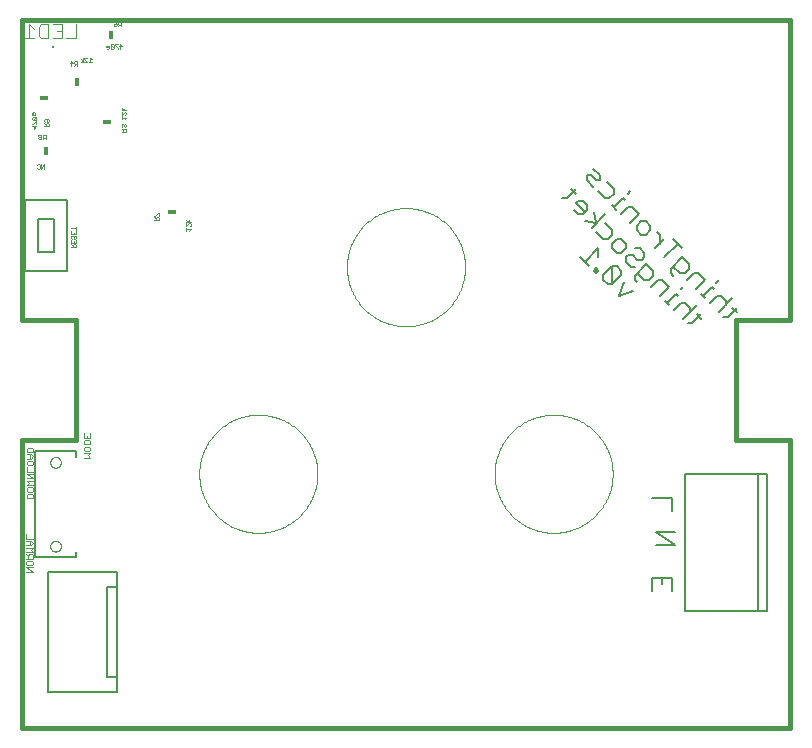
<source format=gbo>
G75*
%MOIN*%
%OFA0B0*%
%FSLAX25Y25*%
%IPPOS*%
%LPD*%
%AMOC8*
5,1,8,0,0,1.08239X$1,22.5*
%
%ADD10C,0.00000*%
%ADD11C,0.01600*%
%ADD12C,0.00600*%
%ADD13C,0.00200*%
%ADD14C,0.00800*%
%ADD15C,0.00100*%
%ADD16R,0.00787X0.00787*%
%ADD17C,0.00400*%
%ADD18R,0.03000X0.01800*%
%ADD19R,0.01800X0.03000*%
%ADD20C,0.00500*%
D10*
X0008740Y0109200D02*
X0264769Y0109200D01*
X0166344Y0193846D02*
X0166350Y0194329D01*
X0166368Y0194812D01*
X0166397Y0195294D01*
X0166439Y0195775D01*
X0166492Y0196256D01*
X0166557Y0196734D01*
X0166634Y0197211D01*
X0166722Y0197686D01*
X0166822Y0198159D01*
X0166934Y0198629D01*
X0167057Y0199096D01*
X0167192Y0199560D01*
X0167338Y0200021D01*
X0167495Y0200478D01*
X0167663Y0200931D01*
X0167842Y0201379D01*
X0168033Y0201823D01*
X0168234Y0202262D01*
X0168446Y0202697D01*
X0168668Y0203125D01*
X0168901Y0203549D01*
X0169145Y0203966D01*
X0169398Y0204377D01*
X0169662Y0204782D01*
X0169935Y0205181D01*
X0170218Y0205572D01*
X0170510Y0205957D01*
X0170812Y0206334D01*
X0171123Y0206704D01*
X0171443Y0207066D01*
X0171772Y0207420D01*
X0172110Y0207765D01*
X0172455Y0208103D01*
X0172809Y0208432D01*
X0173171Y0208752D01*
X0173541Y0209063D01*
X0173918Y0209365D01*
X0174303Y0209657D01*
X0174694Y0209940D01*
X0175093Y0210213D01*
X0175498Y0210477D01*
X0175909Y0210730D01*
X0176326Y0210974D01*
X0176750Y0211207D01*
X0177178Y0211429D01*
X0177613Y0211641D01*
X0178052Y0211842D01*
X0178496Y0212033D01*
X0178944Y0212212D01*
X0179397Y0212380D01*
X0179854Y0212537D01*
X0180315Y0212683D01*
X0180779Y0212818D01*
X0181246Y0212941D01*
X0181716Y0213053D01*
X0182189Y0213153D01*
X0182664Y0213241D01*
X0183141Y0213318D01*
X0183619Y0213383D01*
X0184100Y0213436D01*
X0184581Y0213478D01*
X0185063Y0213507D01*
X0185546Y0213525D01*
X0186029Y0213531D01*
X0186512Y0213525D01*
X0186995Y0213507D01*
X0187477Y0213478D01*
X0187958Y0213436D01*
X0188439Y0213383D01*
X0188917Y0213318D01*
X0189394Y0213241D01*
X0189869Y0213153D01*
X0190342Y0213053D01*
X0190812Y0212941D01*
X0191279Y0212818D01*
X0191743Y0212683D01*
X0192204Y0212537D01*
X0192661Y0212380D01*
X0193114Y0212212D01*
X0193562Y0212033D01*
X0194006Y0211842D01*
X0194445Y0211641D01*
X0194880Y0211429D01*
X0195308Y0211207D01*
X0195732Y0210974D01*
X0196149Y0210730D01*
X0196560Y0210477D01*
X0196965Y0210213D01*
X0197364Y0209940D01*
X0197755Y0209657D01*
X0198140Y0209365D01*
X0198517Y0209063D01*
X0198887Y0208752D01*
X0199249Y0208432D01*
X0199603Y0208103D01*
X0199948Y0207765D01*
X0200286Y0207420D01*
X0200615Y0207066D01*
X0200935Y0206704D01*
X0201246Y0206334D01*
X0201548Y0205957D01*
X0201840Y0205572D01*
X0202123Y0205181D01*
X0202396Y0204782D01*
X0202660Y0204377D01*
X0202913Y0203966D01*
X0203157Y0203549D01*
X0203390Y0203125D01*
X0203612Y0202697D01*
X0203824Y0202262D01*
X0204025Y0201823D01*
X0204216Y0201379D01*
X0204395Y0200931D01*
X0204563Y0200478D01*
X0204720Y0200021D01*
X0204866Y0199560D01*
X0205001Y0199096D01*
X0205124Y0198629D01*
X0205236Y0198159D01*
X0205336Y0197686D01*
X0205424Y0197211D01*
X0205501Y0196734D01*
X0205566Y0196256D01*
X0205619Y0195775D01*
X0205661Y0195294D01*
X0205690Y0194812D01*
X0205708Y0194329D01*
X0205714Y0193846D01*
X0205708Y0193363D01*
X0205690Y0192880D01*
X0205661Y0192398D01*
X0205619Y0191917D01*
X0205566Y0191436D01*
X0205501Y0190958D01*
X0205424Y0190481D01*
X0205336Y0190006D01*
X0205236Y0189533D01*
X0205124Y0189063D01*
X0205001Y0188596D01*
X0204866Y0188132D01*
X0204720Y0187671D01*
X0204563Y0187214D01*
X0204395Y0186761D01*
X0204216Y0186313D01*
X0204025Y0185869D01*
X0203824Y0185430D01*
X0203612Y0184995D01*
X0203390Y0184567D01*
X0203157Y0184143D01*
X0202913Y0183726D01*
X0202660Y0183315D01*
X0202396Y0182910D01*
X0202123Y0182511D01*
X0201840Y0182120D01*
X0201548Y0181735D01*
X0201246Y0181358D01*
X0200935Y0180988D01*
X0200615Y0180626D01*
X0200286Y0180272D01*
X0199948Y0179927D01*
X0199603Y0179589D01*
X0199249Y0179260D01*
X0198887Y0178940D01*
X0198517Y0178629D01*
X0198140Y0178327D01*
X0197755Y0178035D01*
X0197364Y0177752D01*
X0196965Y0177479D01*
X0196560Y0177215D01*
X0196149Y0176962D01*
X0195732Y0176718D01*
X0195308Y0176485D01*
X0194880Y0176263D01*
X0194445Y0176051D01*
X0194006Y0175850D01*
X0193562Y0175659D01*
X0193114Y0175480D01*
X0192661Y0175312D01*
X0192204Y0175155D01*
X0191743Y0175009D01*
X0191279Y0174874D01*
X0190812Y0174751D01*
X0190342Y0174639D01*
X0189869Y0174539D01*
X0189394Y0174451D01*
X0188917Y0174374D01*
X0188439Y0174309D01*
X0187958Y0174256D01*
X0187477Y0174214D01*
X0186995Y0174185D01*
X0186512Y0174167D01*
X0186029Y0174161D01*
X0185546Y0174167D01*
X0185063Y0174185D01*
X0184581Y0174214D01*
X0184100Y0174256D01*
X0183619Y0174309D01*
X0183141Y0174374D01*
X0182664Y0174451D01*
X0182189Y0174539D01*
X0181716Y0174639D01*
X0181246Y0174751D01*
X0180779Y0174874D01*
X0180315Y0175009D01*
X0179854Y0175155D01*
X0179397Y0175312D01*
X0178944Y0175480D01*
X0178496Y0175659D01*
X0178052Y0175850D01*
X0177613Y0176051D01*
X0177178Y0176263D01*
X0176750Y0176485D01*
X0176326Y0176718D01*
X0175909Y0176962D01*
X0175498Y0177215D01*
X0175093Y0177479D01*
X0174694Y0177752D01*
X0174303Y0178035D01*
X0173918Y0178327D01*
X0173541Y0178629D01*
X0173171Y0178940D01*
X0172809Y0179260D01*
X0172455Y0179589D01*
X0172110Y0179927D01*
X0171772Y0180272D01*
X0171443Y0180626D01*
X0171123Y0180988D01*
X0170812Y0181358D01*
X0170510Y0181735D01*
X0170218Y0182120D01*
X0169935Y0182511D01*
X0169662Y0182910D01*
X0169398Y0183315D01*
X0169145Y0183726D01*
X0168901Y0184143D01*
X0168668Y0184567D01*
X0168446Y0184995D01*
X0168234Y0185430D01*
X0168033Y0185869D01*
X0167842Y0186313D01*
X0167663Y0186761D01*
X0167495Y0187214D01*
X0167338Y0187671D01*
X0167192Y0188132D01*
X0167057Y0188596D01*
X0166934Y0189063D01*
X0166822Y0189533D01*
X0166722Y0190006D01*
X0166634Y0190481D01*
X0166557Y0190958D01*
X0166492Y0191436D01*
X0166439Y0191917D01*
X0166397Y0192398D01*
X0166368Y0192880D01*
X0166350Y0193363D01*
X0166344Y0193846D01*
X0117131Y0262743D02*
X0117137Y0263226D01*
X0117155Y0263709D01*
X0117184Y0264191D01*
X0117226Y0264672D01*
X0117279Y0265153D01*
X0117344Y0265631D01*
X0117421Y0266108D01*
X0117509Y0266583D01*
X0117609Y0267056D01*
X0117721Y0267526D01*
X0117844Y0267993D01*
X0117979Y0268457D01*
X0118125Y0268918D01*
X0118282Y0269375D01*
X0118450Y0269828D01*
X0118629Y0270276D01*
X0118820Y0270720D01*
X0119021Y0271159D01*
X0119233Y0271594D01*
X0119455Y0272022D01*
X0119688Y0272446D01*
X0119932Y0272863D01*
X0120185Y0273274D01*
X0120449Y0273679D01*
X0120722Y0274078D01*
X0121005Y0274469D01*
X0121297Y0274854D01*
X0121599Y0275231D01*
X0121910Y0275601D01*
X0122230Y0275963D01*
X0122559Y0276317D01*
X0122897Y0276662D01*
X0123242Y0277000D01*
X0123596Y0277329D01*
X0123958Y0277649D01*
X0124328Y0277960D01*
X0124705Y0278262D01*
X0125090Y0278554D01*
X0125481Y0278837D01*
X0125880Y0279110D01*
X0126285Y0279374D01*
X0126696Y0279627D01*
X0127113Y0279871D01*
X0127537Y0280104D01*
X0127965Y0280326D01*
X0128400Y0280538D01*
X0128839Y0280739D01*
X0129283Y0280930D01*
X0129731Y0281109D01*
X0130184Y0281277D01*
X0130641Y0281434D01*
X0131102Y0281580D01*
X0131566Y0281715D01*
X0132033Y0281838D01*
X0132503Y0281950D01*
X0132976Y0282050D01*
X0133451Y0282138D01*
X0133928Y0282215D01*
X0134406Y0282280D01*
X0134887Y0282333D01*
X0135368Y0282375D01*
X0135850Y0282404D01*
X0136333Y0282422D01*
X0136816Y0282428D01*
X0137299Y0282422D01*
X0137782Y0282404D01*
X0138264Y0282375D01*
X0138745Y0282333D01*
X0139226Y0282280D01*
X0139704Y0282215D01*
X0140181Y0282138D01*
X0140656Y0282050D01*
X0141129Y0281950D01*
X0141599Y0281838D01*
X0142066Y0281715D01*
X0142530Y0281580D01*
X0142991Y0281434D01*
X0143448Y0281277D01*
X0143901Y0281109D01*
X0144349Y0280930D01*
X0144793Y0280739D01*
X0145232Y0280538D01*
X0145667Y0280326D01*
X0146095Y0280104D01*
X0146519Y0279871D01*
X0146936Y0279627D01*
X0147347Y0279374D01*
X0147752Y0279110D01*
X0148151Y0278837D01*
X0148542Y0278554D01*
X0148927Y0278262D01*
X0149304Y0277960D01*
X0149674Y0277649D01*
X0150036Y0277329D01*
X0150390Y0277000D01*
X0150735Y0276662D01*
X0151073Y0276317D01*
X0151402Y0275963D01*
X0151722Y0275601D01*
X0152033Y0275231D01*
X0152335Y0274854D01*
X0152627Y0274469D01*
X0152910Y0274078D01*
X0153183Y0273679D01*
X0153447Y0273274D01*
X0153700Y0272863D01*
X0153944Y0272446D01*
X0154177Y0272022D01*
X0154399Y0271594D01*
X0154611Y0271159D01*
X0154812Y0270720D01*
X0155003Y0270276D01*
X0155182Y0269828D01*
X0155350Y0269375D01*
X0155507Y0268918D01*
X0155653Y0268457D01*
X0155788Y0267993D01*
X0155911Y0267526D01*
X0156023Y0267056D01*
X0156123Y0266583D01*
X0156211Y0266108D01*
X0156288Y0265631D01*
X0156353Y0265153D01*
X0156406Y0264672D01*
X0156448Y0264191D01*
X0156477Y0263709D01*
X0156495Y0263226D01*
X0156501Y0262743D01*
X0156495Y0262260D01*
X0156477Y0261777D01*
X0156448Y0261295D01*
X0156406Y0260814D01*
X0156353Y0260333D01*
X0156288Y0259855D01*
X0156211Y0259378D01*
X0156123Y0258903D01*
X0156023Y0258430D01*
X0155911Y0257960D01*
X0155788Y0257493D01*
X0155653Y0257029D01*
X0155507Y0256568D01*
X0155350Y0256111D01*
X0155182Y0255658D01*
X0155003Y0255210D01*
X0154812Y0254766D01*
X0154611Y0254327D01*
X0154399Y0253892D01*
X0154177Y0253464D01*
X0153944Y0253040D01*
X0153700Y0252623D01*
X0153447Y0252212D01*
X0153183Y0251807D01*
X0152910Y0251408D01*
X0152627Y0251017D01*
X0152335Y0250632D01*
X0152033Y0250255D01*
X0151722Y0249885D01*
X0151402Y0249523D01*
X0151073Y0249169D01*
X0150735Y0248824D01*
X0150390Y0248486D01*
X0150036Y0248157D01*
X0149674Y0247837D01*
X0149304Y0247526D01*
X0148927Y0247224D01*
X0148542Y0246932D01*
X0148151Y0246649D01*
X0147752Y0246376D01*
X0147347Y0246112D01*
X0146936Y0245859D01*
X0146519Y0245615D01*
X0146095Y0245382D01*
X0145667Y0245160D01*
X0145232Y0244948D01*
X0144793Y0244747D01*
X0144349Y0244556D01*
X0143901Y0244377D01*
X0143448Y0244209D01*
X0142991Y0244052D01*
X0142530Y0243906D01*
X0142066Y0243771D01*
X0141599Y0243648D01*
X0141129Y0243536D01*
X0140656Y0243436D01*
X0140181Y0243348D01*
X0139704Y0243271D01*
X0139226Y0243206D01*
X0138745Y0243153D01*
X0138264Y0243111D01*
X0137782Y0243082D01*
X0137299Y0243064D01*
X0136816Y0243058D01*
X0136333Y0243064D01*
X0135850Y0243082D01*
X0135368Y0243111D01*
X0134887Y0243153D01*
X0134406Y0243206D01*
X0133928Y0243271D01*
X0133451Y0243348D01*
X0132976Y0243436D01*
X0132503Y0243536D01*
X0132033Y0243648D01*
X0131566Y0243771D01*
X0131102Y0243906D01*
X0130641Y0244052D01*
X0130184Y0244209D01*
X0129731Y0244377D01*
X0129283Y0244556D01*
X0128839Y0244747D01*
X0128400Y0244948D01*
X0127965Y0245160D01*
X0127537Y0245382D01*
X0127113Y0245615D01*
X0126696Y0245859D01*
X0126285Y0246112D01*
X0125880Y0246376D01*
X0125481Y0246649D01*
X0125090Y0246932D01*
X0124705Y0247224D01*
X0124328Y0247526D01*
X0123958Y0247837D01*
X0123596Y0248157D01*
X0123242Y0248486D01*
X0122897Y0248824D01*
X0122559Y0249169D01*
X0122230Y0249523D01*
X0121910Y0249885D01*
X0121599Y0250255D01*
X0121297Y0250632D01*
X0121005Y0251017D01*
X0120722Y0251408D01*
X0120449Y0251807D01*
X0120185Y0252212D01*
X0119932Y0252623D01*
X0119688Y0253040D01*
X0119455Y0253464D01*
X0119233Y0253892D01*
X0119021Y0254327D01*
X0118820Y0254766D01*
X0118629Y0255210D01*
X0118450Y0255658D01*
X0118282Y0256111D01*
X0118125Y0256568D01*
X0117979Y0257029D01*
X0117844Y0257493D01*
X0117721Y0257960D01*
X0117609Y0258430D01*
X0117509Y0258903D01*
X0117421Y0259378D01*
X0117344Y0259855D01*
X0117279Y0260333D01*
X0117226Y0260814D01*
X0117184Y0261295D01*
X0117155Y0261777D01*
X0117137Y0262260D01*
X0117131Y0262743D01*
X0067919Y0193846D02*
X0067925Y0194329D01*
X0067943Y0194812D01*
X0067972Y0195294D01*
X0068014Y0195775D01*
X0068067Y0196256D01*
X0068132Y0196734D01*
X0068209Y0197211D01*
X0068297Y0197686D01*
X0068397Y0198159D01*
X0068509Y0198629D01*
X0068632Y0199096D01*
X0068767Y0199560D01*
X0068913Y0200021D01*
X0069070Y0200478D01*
X0069238Y0200931D01*
X0069417Y0201379D01*
X0069608Y0201823D01*
X0069809Y0202262D01*
X0070021Y0202697D01*
X0070243Y0203125D01*
X0070476Y0203549D01*
X0070720Y0203966D01*
X0070973Y0204377D01*
X0071237Y0204782D01*
X0071510Y0205181D01*
X0071793Y0205572D01*
X0072085Y0205957D01*
X0072387Y0206334D01*
X0072698Y0206704D01*
X0073018Y0207066D01*
X0073347Y0207420D01*
X0073685Y0207765D01*
X0074030Y0208103D01*
X0074384Y0208432D01*
X0074746Y0208752D01*
X0075116Y0209063D01*
X0075493Y0209365D01*
X0075878Y0209657D01*
X0076269Y0209940D01*
X0076668Y0210213D01*
X0077073Y0210477D01*
X0077484Y0210730D01*
X0077901Y0210974D01*
X0078325Y0211207D01*
X0078753Y0211429D01*
X0079188Y0211641D01*
X0079627Y0211842D01*
X0080071Y0212033D01*
X0080519Y0212212D01*
X0080972Y0212380D01*
X0081429Y0212537D01*
X0081890Y0212683D01*
X0082354Y0212818D01*
X0082821Y0212941D01*
X0083291Y0213053D01*
X0083764Y0213153D01*
X0084239Y0213241D01*
X0084716Y0213318D01*
X0085194Y0213383D01*
X0085675Y0213436D01*
X0086156Y0213478D01*
X0086638Y0213507D01*
X0087121Y0213525D01*
X0087604Y0213531D01*
X0088087Y0213525D01*
X0088570Y0213507D01*
X0089052Y0213478D01*
X0089533Y0213436D01*
X0090014Y0213383D01*
X0090492Y0213318D01*
X0090969Y0213241D01*
X0091444Y0213153D01*
X0091917Y0213053D01*
X0092387Y0212941D01*
X0092854Y0212818D01*
X0093318Y0212683D01*
X0093779Y0212537D01*
X0094236Y0212380D01*
X0094689Y0212212D01*
X0095137Y0212033D01*
X0095581Y0211842D01*
X0096020Y0211641D01*
X0096455Y0211429D01*
X0096883Y0211207D01*
X0097307Y0210974D01*
X0097724Y0210730D01*
X0098135Y0210477D01*
X0098540Y0210213D01*
X0098939Y0209940D01*
X0099330Y0209657D01*
X0099715Y0209365D01*
X0100092Y0209063D01*
X0100462Y0208752D01*
X0100824Y0208432D01*
X0101178Y0208103D01*
X0101523Y0207765D01*
X0101861Y0207420D01*
X0102190Y0207066D01*
X0102510Y0206704D01*
X0102821Y0206334D01*
X0103123Y0205957D01*
X0103415Y0205572D01*
X0103698Y0205181D01*
X0103971Y0204782D01*
X0104235Y0204377D01*
X0104488Y0203966D01*
X0104732Y0203549D01*
X0104965Y0203125D01*
X0105187Y0202697D01*
X0105399Y0202262D01*
X0105600Y0201823D01*
X0105791Y0201379D01*
X0105970Y0200931D01*
X0106138Y0200478D01*
X0106295Y0200021D01*
X0106441Y0199560D01*
X0106576Y0199096D01*
X0106699Y0198629D01*
X0106811Y0198159D01*
X0106911Y0197686D01*
X0106999Y0197211D01*
X0107076Y0196734D01*
X0107141Y0196256D01*
X0107194Y0195775D01*
X0107236Y0195294D01*
X0107265Y0194812D01*
X0107283Y0194329D01*
X0107289Y0193846D01*
X0107283Y0193363D01*
X0107265Y0192880D01*
X0107236Y0192398D01*
X0107194Y0191917D01*
X0107141Y0191436D01*
X0107076Y0190958D01*
X0106999Y0190481D01*
X0106911Y0190006D01*
X0106811Y0189533D01*
X0106699Y0189063D01*
X0106576Y0188596D01*
X0106441Y0188132D01*
X0106295Y0187671D01*
X0106138Y0187214D01*
X0105970Y0186761D01*
X0105791Y0186313D01*
X0105600Y0185869D01*
X0105399Y0185430D01*
X0105187Y0184995D01*
X0104965Y0184567D01*
X0104732Y0184143D01*
X0104488Y0183726D01*
X0104235Y0183315D01*
X0103971Y0182910D01*
X0103698Y0182511D01*
X0103415Y0182120D01*
X0103123Y0181735D01*
X0102821Y0181358D01*
X0102510Y0180988D01*
X0102190Y0180626D01*
X0101861Y0180272D01*
X0101523Y0179927D01*
X0101178Y0179589D01*
X0100824Y0179260D01*
X0100462Y0178940D01*
X0100092Y0178629D01*
X0099715Y0178327D01*
X0099330Y0178035D01*
X0098939Y0177752D01*
X0098540Y0177479D01*
X0098135Y0177215D01*
X0097724Y0176962D01*
X0097307Y0176718D01*
X0096883Y0176485D01*
X0096455Y0176263D01*
X0096020Y0176051D01*
X0095581Y0175850D01*
X0095137Y0175659D01*
X0094689Y0175480D01*
X0094236Y0175312D01*
X0093779Y0175155D01*
X0093318Y0175009D01*
X0092854Y0174874D01*
X0092387Y0174751D01*
X0091917Y0174639D01*
X0091444Y0174539D01*
X0090969Y0174451D01*
X0090492Y0174374D01*
X0090014Y0174309D01*
X0089533Y0174256D01*
X0089052Y0174214D01*
X0088570Y0174185D01*
X0088087Y0174167D01*
X0087604Y0174161D01*
X0087121Y0174167D01*
X0086638Y0174185D01*
X0086156Y0174214D01*
X0085675Y0174256D01*
X0085194Y0174309D01*
X0084716Y0174374D01*
X0084239Y0174451D01*
X0083764Y0174539D01*
X0083291Y0174639D01*
X0082821Y0174751D01*
X0082354Y0174874D01*
X0081890Y0175009D01*
X0081429Y0175155D01*
X0080972Y0175312D01*
X0080519Y0175480D01*
X0080071Y0175659D01*
X0079627Y0175850D01*
X0079188Y0176051D01*
X0078753Y0176263D01*
X0078325Y0176485D01*
X0077901Y0176718D01*
X0077484Y0176962D01*
X0077073Y0177215D01*
X0076668Y0177479D01*
X0076269Y0177752D01*
X0075878Y0178035D01*
X0075493Y0178327D01*
X0075116Y0178629D01*
X0074746Y0178940D01*
X0074384Y0179260D01*
X0074030Y0179589D01*
X0073685Y0179927D01*
X0073347Y0180272D01*
X0073018Y0180626D01*
X0072698Y0180988D01*
X0072387Y0181358D01*
X0072085Y0181735D01*
X0071793Y0182120D01*
X0071510Y0182511D01*
X0071237Y0182910D01*
X0070973Y0183315D01*
X0070720Y0183726D01*
X0070476Y0184143D01*
X0070243Y0184567D01*
X0070021Y0184995D01*
X0069809Y0185430D01*
X0069608Y0185869D01*
X0069417Y0186313D01*
X0069238Y0186761D01*
X0069070Y0187214D01*
X0068913Y0187671D01*
X0068767Y0188132D01*
X0068632Y0188596D01*
X0068509Y0189063D01*
X0068397Y0189533D01*
X0068297Y0190006D01*
X0068209Y0190481D01*
X0068132Y0190958D01*
X0068067Y0191436D01*
X0068014Y0191917D01*
X0067972Y0192398D01*
X0067943Y0192880D01*
X0067925Y0193363D01*
X0067919Y0193846D01*
X0018242Y0197674D02*
X0018244Y0197758D01*
X0018250Y0197841D01*
X0018260Y0197924D01*
X0018274Y0198007D01*
X0018291Y0198089D01*
X0018313Y0198170D01*
X0018338Y0198249D01*
X0018367Y0198328D01*
X0018400Y0198405D01*
X0018436Y0198480D01*
X0018476Y0198554D01*
X0018519Y0198626D01*
X0018566Y0198695D01*
X0018616Y0198762D01*
X0018669Y0198827D01*
X0018725Y0198889D01*
X0018783Y0198949D01*
X0018845Y0199006D01*
X0018909Y0199059D01*
X0018976Y0199110D01*
X0019045Y0199157D01*
X0019116Y0199202D01*
X0019189Y0199242D01*
X0019264Y0199279D01*
X0019341Y0199313D01*
X0019419Y0199343D01*
X0019498Y0199369D01*
X0019579Y0199392D01*
X0019661Y0199410D01*
X0019743Y0199425D01*
X0019826Y0199436D01*
X0019909Y0199443D01*
X0019993Y0199446D01*
X0020077Y0199445D01*
X0020160Y0199440D01*
X0020244Y0199431D01*
X0020326Y0199418D01*
X0020408Y0199402D01*
X0020489Y0199381D01*
X0020570Y0199357D01*
X0020648Y0199329D01*
X0020726Y0199297D01*
X0020802Y0199261D01*
X0020876Y0199222D01*
X0020948Y0199180D01*
X0021018Y0199134D01*
X0021086Y0199085D01*
X0021151Y0199033D01*
X0021214Y0198978D01*
X0021274Y0198920D01*
X0021332Y0198859D01*
X0021386Y0198795D01*
X0021438Y0198729D01*
X0021486Y0198661D01*
X0021531Y0198590D01*
X0021572Y0198517D01*
X0021611Y0198443D01*
X0021645Y0198367D01*
X0021676Y0198289D01*
X0021703Y0198210D01*
X0021727Y0198129D01*
X0021746Y0198048D01*
X0021762Y0197966D01*
X0021774Y0197883D01*
X0021782Y0197799D01*
X0021786Y0197716D01*
X0021786Y0197632D01*
X0021782Y0197549D01*
X0021774Y0197465D01*
X0021762Y0197382D01*
X0021746Y0197300D01*
X0021727Y0197219D01*
X0021703Y0197138D01*
X0021676Y0197059D01*
X0021645Y0196981D01*
X0021611Y0196905D01*
X0021572Y0196831D01*
X0021531Y0196758D01*
X0021486Y0196687D01*
X0021438Y0196619D01*
X0021386Y0196553D01*
X0021332Y0196489D01*
X0021274Y0196428D01*
X0021214Y0196370D01*
X0021151Y0196315D01*
X0021086Y0196263D01*
X0021018Y0196214D01*
X0020948Y0196168D01*
X0020876Y0196126D01*
X0020802Y0196087D01*
X0020726Y0196051D01*
X0020648Y0196019D01*
X0020570Y0195991D01*
X0020489Y0195967D01*
X0020408Y0195946D01*
X0020326Y0195930D01*
X0020244Y0195917D01*
X0020160Y0195908D01*
X0020077Y0195903D01*
X0019993Y0195902D01*
X0019909Y0195905D01*
X0019826Y0195912D01*
X0019743Y0195923D01*
X0019661Y0195938D01*
X0019579Y0195956D01*
X0019498Y0195979D01*
X0019419Y0196005D01*
X0019341Y0196035D01*
X0019264Y0196069D01*
X0019189Y0196106D01*
X0019116Y0196146D01*
X0019045Y0196191D01*
X0018976Y0196238D01*
X0018909Y0196289D01*
X0018845Y0196342D01*
X0018783Y0196399D01*
X0018725Y0196459D01*
X0018669Y0196521D01*
X0018616Y0196586D01*
X0018566Y0196653D01*
X0018519Y0196722D01*
X0018476Y0196794D01*
X0018436Y0196868D01*
X0018400Y0196943D01*
X0018367Y0197020D01*
X0018338Y0197099D01*
X0018313Y0197178D01*
X0018291Y0197259D01*
X0018274Y0197341D01*
X0018260Y0197424D01*
X0018250Y0197507D01*
X0018244Y0197590D01*
X0018242Y0197674D01*
X0018242Y0169721D02*
X0018244Y0169805D01*
X0018250Y0169888D01*
X0018260Y0169971D01*
X0018274Y0170054D01*
X0018291Y0170136D01*
X0018313Y0170217D01*
X0018338Y0170296D01*
X0018367Y0170375D01*
X0018400Y0170452D01*
X0018436Y0170527D01*
X0018476Y0170601D01*
X0018519Y0170673D01*
X0018566Y0170742D01*
X0018616Y0170809D01*
X0018669Y0170874D01*
X0018725Y0170936D01*
X0018783Y0170996D01*
X0018845Y0171053D01*
X0018909Y0171106D01*
X0018976Y0171157D01*
X0019045Y0171204D01*
X0019116Y0171249D01*
X0019189Y0171289D01*
X0019264Y0171326D01*
X0019341Y0171360D01*
X0019419Y0171390D01*
X0019498Y0171416D01*
X0019579Y0171439D01*
X0019661Y0171457D01*
X0019743Y0171472D01*
X0019826Y0171483D01*
X0019909Y0171490D01*
X0019993Y0171493D01*
X0020077Y0171492D01*
X0020160Y0171487D01*
X0020244Y0171478D01*
X0020326Y0171465D01*
X0020408Y0171449D01*
X0020489Y0171428D01*
X0020570Y0171404D01*
X0020648Y0171376D01*
X0020726Y0171344D01*
X0020802Y0171308D01*
X0020876Y0171269D01*
X0020948Y0171227D01*
X0021018Y0171181D01*
X0021086Y0171132D01*
X0021151Y0171080D01*
X0021214Y0171025D01*
X0021274Y0170967D01*
X0021332Y0170906D01*
X0021386Y0170842D01*
X0021438Y0170776D01*
X0021486Y0170708D01*
X0021531Y0170637D01*
X0021572Y0170564D01*
X0021611Y0170490D01*
X0021645Y0170414D01*
X0021676Y0170336D01*
X0021703Y0170257D01*
X0021727Y0170176D01*
X0021746Y0170095D01*
X0021762Y0170013D01*
X0021774Y0169930D01*
X0021782Y0169846D01*
X0021786Y0169763D01*
X0021786Y0169679D01*
X0021782Y0169596D01*
X0021774Y0169512D01*
X0021762Y0169429D01*
X0021746Y0169347D01*
X0021727Y0169266D01*
X0021703Y0169185D01*
X0021676Y0169106D01*
X0021645Y0169028D01*
X0021611Y0168952D01*
X0021572Y0168878D01*
X0021531Y0168805D01*
X0021486Y0168734D01*
X0021438Y0168666D01*
X0021386Y0168600D01*
X0021332Y0168536D01*
X0021274Y0168475D01*
X0021214Y0168417D01*
X0021151Y0168362D01*
X0021086Y0168310D01*
X0021018Y0168261D01*
X0020948Y0168215D01*
X0020876Y0168173D01*
X0020802Y0168134D01*
X0020726Y0168098D01*
X0020648Y0168066D01*
X0020570Y0168038D01*
X0020489Y0168014D01*
X0020408Y0167993D01*
X0020326Y0167977D01*
X0020244Y0167964D01*
X0020160Y0167955D01*
X0020077Y0167950D01*
X0019993Y0167949D01*
X0019909Y0167952D01*
X0019826Y0167959D01*
X0019743Y0167970D01*
X0019661Y0167985D01*
X0019579Y0168003D01*
X0019498Y0168026D01*
X0019419Y0168052D01*
X0019341Y0168082D01*
X0019264Y0168116D01*
X0019189Y0168153D01*
X0019116Y0168193D01*
X0019045Y0168238D01*
X0018976Y0168285D01*
X0018909Y0168336D01*
X0018845Y0168389D01*
X0018783Y0168446D01*
X0018725Y0168506D01*
X0018669Y0168568D01*
X0018616Y0168633D01*
X0018566Y0168700D01*
X0018519Y0168769D01*
X0018476Y0168841D01*
X0018436Y0168915D01*
X0018400Y0168990D01*
X0018367Y0169067D01*
X0018338Y0169146D01*
X0018313Y0169225D01*
X0018291Y0169306D01*
X0018274Y0169388D01*
X0018260Y0169471D01*
X0018250Y0169554D01*
X0018244Y0169637D01*
X0018242Y0169721D01*
X0008863Y0345200D02*
X0008863Y0345420D01*
X0264769Y0345420D01*
D11*
X0264863Y0109200D02*
X0008740Y0109200D01*
X0008863Y0205200D01*
X0026863Y0205200D01*
X0026863Y0245200D01*
X0008863Y0245200D01*
X0008863Y0345200D01*
X0264863Y0345200D01*
X0264863Y0245200D01*
X0246863Y0245200D01*
X0246863Y0205200D01*
X0264863Y0205200D01*
X0264863Y0109200D01*
D12*
X0225395Y0154933D02*
X0225395Y0159203D01*
X0218990Y0159203D01*
X0218990Y0154933D01*
X0222193Y0157068D02*
X0222193Y0159203D01*
X0220165Y0170230D02*
X0226571Y0170230D01*
X0220165Y0174500D01*
X0226571Y0174500D01*
X0225395Y0181408D02*
X0225395Y0185679D01*
X0218990Y0185679D01*
X0230665Y0243958D02*
X0232174Y0243958D01*
X0235194Y0246978D01*
X0235194Y0245468D02*
X0233684Y0246978D01*
X0231401Y0247751D02*
X0231401Y0249261D01*
X0229891Y0250771D01*
X0228381Y0250771D01*
X0226116Y0248506D01*
X0224578Y0250044D02*
X0223069Y0251554D01*
X0223823Y0250799D02*
X0226843Y0253819D01*
X0227598Y0253064D01*
X0228353Y0255329D02*
X0229108Y0256084D01*
X0230477Y0258387D02*
X0232742Y0260652D01*
X0234251Y0260652D01*
X0236516Y0258387D01*
X0233497Y0255368D01*
X0235025Y0253839D02*
X0236535Y0252329D01*
X0235780Y0253084D02*
X0238800Y0256104D01*
X0239555Y0255349D01*
X0240309Y0257614D02*
X0241064Y0258369D01*
X0240338Y0253056D02*
X0238073Y0250791D01*
X0240338Y0253056D02*
X0241848Y0253056D01*
X0243357Y0251546D01*
X0243357Y0250036D01*
X0245641Y0249263D02*
X0247151Y0247753D01*
X0247151Y0249263D02*
X0244131Y0246243D01*
X0242621Y0246243D01*
X0241093Y0247772D02*
X0245622Y0252301D01*
X0233665Y0250016D02*
X0229136Y0245487D01*
X0221540Y0253083D02*
X0224559Y0256102D01*
X0222295Y0258367D01*
X0220785Y0258367D01*
X0218520Y0256102D01*
X0217737Y0258395D02*
X0216227Y0258395D01*
X0213963Y0260660D01*
X0213208Y0259905D02*
X0216982Y0263680D01*
X0219247Y0261415D01*
X0219247Y0259905D01*
X0217737Y0258395D01*
X0213963Y0257641D02*
X0213208Y0258395D01*
X0213208Y0259905D01*
X0213180Y0262953D02*
X0211670Y0262953D01*
X0210160Y0264463D01*
X0210160Y0265973D01*
X0210915Y0266728D01*
X0212425Y0266728D01*
X0213934Y0265218D01*
X0215444Y0265218D01*
X0216199Y0265973D01*
X0216199Y0267482D01*
X0214689Y0268992D01*
X0213180Y0268992D01*
X0210132Y0269020D02*
X0208622Y0267511D01*
X0207112Y0267511D01*
X0205602Y0269020D01*
X0205602Y0270530D01*
X0207112Y0272040D01*
X0208622Y0272040D01*
X0210132Y0270530D01*
X0210132Y0269020D01*
X0205574Y0273578D02*
X0204064Y0272068D01*
X0202554Y0272068D01*
X0200290Y0274333D01*
X0198752Y0275871D02*
X0203281Y0280400D01*
X0203309Y0277353D02*
X0205574Y0275088D01*
X0205574Y0273578D01*
X0200966Y0269112D02*
X0200966Y0266093D01*
X0200966Y0269112D02*
X0196436Y0264583D01*
X0194927Y0266093D02*
X0197946Y0263073D01*
X0199470Y0261549D02*
X0200225Y0260794D01*
X0200980Y0261549D01*
X0200225Y0262304D01*
X0199470Y0261549D01*
X0202518Y0260011D02*
X0202518Y0258501D01*
X0204028Y0256992D01*
X0205537Y0256992D01*
X0205537Y0263031D01*
X0202518Y0260011D01*
X0205537Y0256992D02*
X0208557Y0260011D01*
X0208557Y0261521D01*
X0207047Y0263031D01*
X0205537Y0263031D01*
X0209340Y0257718D02*
X0207830Y0253189D01*
X0212360Y0254699D01*
X0222871Y0265993D02*
X0227401Y0270522D01*
X0228911Y0269013D02*
X0225891Y0272032D01*
X0222843Y0272060D02*
X0219824Y0269041D01*
X0221333Y0270551D02*
X0221333Y0273570D01*
X0220578Y0274325D01*
X0218290Y0275104D02*
X0216780Y0273594D01*
X0215271Y0273594D01*
X0213761Y0275104D01*
X0213761Y0276613D01*
X0215271Y0278123D01*
X0216780Y0278123D01*
X0218290Y0276613D01*
X0218290Y0275104D01*
X0214487Y0280416D02*
X0212223Y0282681D01*
X0210713Y0282681D01*
X0208448Y0280416D01*
X0206910Y0281954D02*
X0205400Y0283464D01*
X0206155Y0282709D02*
X0209175Y0285729D01*
X0209930Y0284974D01*
X0210685Y0287238D02*
X0211440Y0287993D01*
X0206136Y0287257D02*
X0204627Y0285748D01*
X0203117Y0285748D01*
X0200852Y0288012D01*
X0199314Y0289550D02*
X0197049Y0291815D01*
X0197049Y0293325D01*
X0198559Y0293325D01*
X0200069Y0291815D01*
X0201579Y0291815D01*
X0201579Y0293325D01*
X0199314Y0295589D01*
X0203872Y0291032D02*
X0206136Y0288767D01*
X0206136Y0287257D01*
X0199507Y0281155D02*
X0200261Y0277381D01*
X0196487Y0278136D01*
X0195709Y0280424D02*
X0197218Y0281934D01*
X0197218Y0283444D01*
X0195709Y0284953D01*
X0194199Y0284953D01*
X0193444Y0284199D01*
X0196463Y0281179D01*
X0195709Y0280424D02*
X0194199Y0280424D01*
X0192689Y0281934D01*
X0190396Y0285737D02*
X0188886Y0285737D01*
X0190396Y0285737D02*
X0193416Y0288756D01*
X0193416Y0287246D02*
X0191906Y0288756D01*
X0211468Y0277397D02*
X0214487Y0280416D01*
X0228939Y0265965D02*
X0225164Y0262190D01*
X0225164Y0260680D01*
X0225919Y0259926D01*
X0228184Y0260680D02*
X0225919Y0262945D01*
X0228184Y0260680D02*
X0229694Y0260680D01*
X0231204Y0262190D01*
X0231204Y0263700D01*
X0228939Y0265965D01*
D13*
X0031644Y0207348D02*
X0031644Y0205880D01*
X0029442Y0205880D01*
X0029442Y0207348D01*
X0030543Y0206614D02*
X0030543Y0205880D01*
X0031277Y0205138D02*
X0031644Y0204771D01*
X0031644Y0203670D01*
X0029442Y0203670D01*
X0029442Y0204771D01*
X0029809Y0205138D01*
X0031277Y0205138D01*
X0031277Y0202928D02*
X0031644Y0202562D01*
X0031644Y0201828D01*
X0031277Y0201461D01*
X0029809Y0201461D01*
X0029442Y0201828D01*
X0029442Y0202562D01*
X0029809Y0202928D01*
X0031277Y0202928D01*
X0031644Y0200719D02*
X0029442Y0200719D01*
X0029442Y0199251D02*
X0031644Y0199251D01*
X0030910Y0199985D01*
X0031644Y0200719D01*
X0012566Y0201149D02*
X0012566Y0202250D01*
X0012199Y0202617D01*
X0010731Y0202617D01*
X0010364Y0202250D01*
X0010364Y0201149D01*
X0012566Y0201149D01*
X0011832Y0200407D02*
X0010364Y0200407D01*
X0011465Y0200407D02*
X0011465Y0198939D01*
X0011832Y0198939D02*
X0012566Y0199673D01*
X0011832Y0200407D01*
X0011832Y0198939D02*
X0010364Y0198939D01*
X0010731Y0198197D02*
X0010364Y0197830D01*
X0010364Y0197096D01*
X0010731Y0196729D01*
X0012199Y0196729D01*
X0012566Y0197096D01*
X0012566Y0197830D01*
X0012199Y0198197D01*
X0010731Y0198197D01*
X0010364Y0195987D02*
X0010364Y0194519D01*
X0012566Y0194519D01*
X0012566Y0193777D02*
X0010364Y0193777D01*
X0012566Y0192309D01*
X0010364Y0192309D01*
X0010364Y0191568D02*
X0012566Y0191568D01*
X0012566Y0190100D02*
X0010364Y0190100D01*
X0011098Y0190834D01*
X0010364Y0191568D01*
X0010731Y0189358D02*
X0010364Y0188991D01*
X0010364Y0188257D01*
X0010731Y0187890D01*
X0012199Y0187890D01*
X0012566Y0188257D01*
X0012566Y0188991D01*
X0012199Y0189358D01*
X0010731Y0189358D01*
X0010731Y0187148D02*
X0010364Y0186781D01*
X0010364Y0185680D01*
X0012566Y0185680D01*
X0012566Y0186781D01*
X0012199Y0187148D01*
X0010731Y0187148D01*
X0010242Y0173676D02*
X0010242Y0172208D01*
X0012443Y0172208D01*
X0011709Y0171466D02*
X0010242Y0171466D01*
X0011342Y0171466D02*
X0011342Y0169998D01*
X0011709Y0169998D02*
X0012443Y0170732D01*
X0011709Y0171466D01*
X0011709Y0169998D02*
X0010242Y0169998D01*
X0010242Y0169256D02*
X0012443Y0169256D01*
X0011709Y0168522D01*
X0012443Y0167788D01*
X0010242Y0167788D01*
X0010242Y0167046D02*
X0010976Y0166312D01*
X0010976Y0166679D02*
X0010976Y0165578D01*
X0010242Y0165578D02*
X0012443Y0165578D01*
X0012443Y0166679D01*
X0012076Y0167046D01*
X0011342Y0167046D01*
X0010976Y0166679D01*
X0010609Y0164836D02*
X0012076Y0164836D01*
X0012443Y0164469D01*
X0012443Y0163735D01*
X0012076Y0163368D01*
X0010609Y0163368D01*
X0010242Y0163735D01*
X0010242Y0164469D01*
X0010609Y0164836D01*
X0010242Y0162626D02*
X0012443Y0162626D01*
X0012443Y0161158D02*
X0010242Y0162626D01*
X0010242Y0161158D02*
X0012443Y0161158D01*
D14*
X0013124Y0165981D02*
X0026904Y0165981D01*
X0026904Y0167949D01*
X0013124Y0165981D02*
X0013124Y0201414D01*
X0026904Y0201414D01*
X0026904Y0199445D01*
X0023701Y0261462D02*
X0009922Y0261462D01*
X0009922Y0285084D01*
X0023701Y0285084D01*
X0023701Y0261462D01*
X0019508Y0267663D02*
X0014114Y0267663D01*
X0014114Y0278883D01*
X0019508Y0278883D01*
X0019508Y0267663D01*
X0229720Y0193709D02*
X0229720Y0148039D01*
X0254129Y0148039D01*
X0254129Y0193709D01*
X0229720Y0193709D01*
X0254129Y0193709D02*
X0257279Y0193709D01*
X0257279Y0148039D01*
X0254129Y0148039D01*
D15*
X0065089Y0275394D02*
X0063588Y0275394D01*
X0063588Y0274894D02*
X0063588Y0275895D01*
X0063588Y0276367D02*
X0064589Y0277368D01*
X0064839Y0277368D01*
X0065089Y0277118D01*
X0065089Y0276617D01*
X0064839Y0276367D01*
X0065089Y0275394D02*
X0064589Y0274894D01*
X0063588Y0276367D02*
X0063588Y0277368D01*
X0063588Y0277840D02*
X0065089Y0277840D01*
X0064589Y0278591D02*
X0064088Y0277840D01*
X0063588Y0278591D01*
X0054443Y0278482D02*
X0054443Y0279233D01*
X0054192Y0279483D01*
X0053692Y0279483D01*
X0053442Y0279233D01*
X0053442Y0278482D01*
X0052941Y0278482D02*
X0054443Y0278482D01*
X0053442Y0278983D02*
X0052941Y0279483D01*
X0052941Y0279956D02*
X0053192Y0279956D01*
X0054192Y0280956D01*
X0054443Y0280956D01*
X0054443Y0279956D01*
X0043558Y0307946D02*
X0042057Y0307946D01*
X0042557Y0307946D02*
X0042557Y0308696D01*
X0042807Y0308946D01*
X0043308Y0308946D01*
X0043558Y0308696D01*
X0043558Y0307946D01*
X0042557Y0308446D02*
X0042057Y0308946D01*
X0042307Y0309419D02*
X0042057Y0309669D01*
X0042057Y0310169D01*
X0042307Y0310420D01*
X0042557Y0310420D01*
X0042807Y0310169D01*
X0042807Y0309919D01*
X0042807Y0310169D02*
X0043058Y0310420D01*
X0043308Y0310420D01*
X0043558Y0310169D01*
X0043558Y0309669D01*
X0043308Y0309419D01*
X0043059Y0312038D02*
X0043559Y0312539D01*
X0042058Y0312539D01*
X0042058Y0313039D02*
X0042058Y0312038D01*
X0042058Y0313511D02*
X0043059Y0314512D01*
X0043309Y0314512D01*
X0043559Y0314262D01*
X0043559Y0313762D01*
X0043309Y0313511D01*
X0042058Y0313511D02*
X0042058Y0314512D01*
X0042058Y0314985D02*
X0043559Y0314985D01*
X0043059Y0315735D02*
X0042558Y0314985D01*
X0042058Y0315735D01*
X0032125Y0331054D02*
X0031124Y0331054D01*
X0030652Y0331054D02*
X0029651Y0332055D01*
X0029651Y0332305D01*
X0029901Y0332555D01*
X0030401Y0332555D01*
X0030652Y0332305D01*
X0031624Y0332555D02*
X0031624Y0331054D01*
X0030652Y0331054D02*
X0029651Y0331054D01*
X0029178Y0331054D02*
X0029178Y0332555D01*
X0028428Y0332055D02*
X0029178Y0331554D01*
X0028428Y0331054D01*
X0027291Y0331422D02*
X0026540Y0331422D01*
X0026290Y0331172D01*
X0026290Y0330671D01*
X0026540Y0330421D01*
X0027291Y0330421D01*
X0027291Y0329920D02*
X0027291Y0331422D01*
X0026790Y0330421D02*
X0026290Y0329920D01*
X0025818Y0330671D02*
X0024817Y0330671D01*
X0025067Y0329920D02*
X0025067Y0331422D01*
X0025818Y0330671D01*
X0031624Y0332555D02*
X0032125Y0332055D01*
X0037144Y0335589D02*
X0037644Y0335589D01*
X0037895Y0335839D01*
X0037895Y0336339D01*
X0037644Y0336589D01*
X0037144Y0336589D01*
X0036894Y0336339D01*
X0036894Y0336089D01*
X0037895Y0336089D01*
X0038367Y0335839D02*
X0038617Y0335589D01*
X0039118Y0335589D01*
X0039368Y0335839D01*
X0038367Y0336840D01*
X0038367Y0335839D01*
X0038367Y0336840D02*
X0038617Y0337090D01*
X0039118Y0337090D01*
X0039368Y0336840D01*
X0039368Y0335839D01*
X0039840Y0336840D02*
X0040841Y0335839D01*
X0040841Y0335589D01*
X0041564Y0335589D02*
X0041564Y0337090D01*
X0042314Y0336339D01*
X0041314Y0336339D01*
X0040841Y0337090D02*
X0039840Y0337090D01*
X0039840Y0336840D01*
X0039591Y0343089D02*
X0039340Y0343339D01*
X0039340Y0343589D01*
X0039591Y0343839D01*
X0040341Y0343839D01*
X0040341Y0343339D01*
X0040091Y0343089D01*
X0039591Y0343089D01*
X0040341Y0343839D02*
X0039841Y0344340D01*
X0039340Y0344590D01*
X0040814Y0344340D02*
X0040814Y0343839D01*
X0041064Y0343589D01*
X0041814Y0343589D01*
X0041314Y0343589D02*
X0040814Y0343089D01*
X0041814Y0343089D02*
X0041814Y0344590D01*
X0041064Y0344590D01*
X0040814Y0344340D01*
X0017511Y0312200D02*
X0017761Y0311950D01*
X0017761Y0311450D01*
X0017511Y0311199D01*
X0017260Y0311199D01*
X0017010Y0311450D01*
X0017010Y0312200D01*
X0016510Y0312200D02*
X0017511Y0312200D01*
X0016510Y0312200D02*
X0016260Y0311950D01*
X0016260Y0311450D01*
X0016510Y0311199D01*
X0016260Y0310727D02*
X0016760Y0310227D01*
X0016760Y0310477D02*
X0016760Y0309726D01*
X0016260Y0309726D02*
X0017761Y0309726D01*
X0017761Y0310477D01*
X0017511Y0310727D01*
X0017010Y0310727D01*
X0016760Y0310477D01*
X0013651Y0310378D02*
X0013651Y0311379D01*
X0013400Y0311379D01*
X0012400Y0310378D01*
X0012149Y0310378D01*
X0012149Y0309655D02*
X0013651Y0309655D01*
X0012900Y0308905D01*
X0012900Y0309905D01*
X0012400Y0311851D02*
X0013400Y0312852D01*
X0012400Y0312852D01*
X0012149Y0312602D01*
X0012149Y0312101D01*
X0012400Y0311851D01*
X0013400Y0311851D01*
X0013651Y0312101D01*
X0013651Y0312602D01*
X0013400Y0312852D01*
X0012900Y0313324D02*
X0013150Y0313574D01*
X0013150Y0314075D01*
X0012900Y0314325D01*
X0012650Y0314325D01*
X0012650Y0313324D01*
X0012400Y0313324D02*
X0012900Y0313324D01*
X0012400Y0313324D02*
X0012149Y0313574D01*
X0012149Y0314075D01*
X0014513Y0306945D02*
X0014263Y0306694D01*
X0014263Y0306444D01*
X0014513Y0306194D01*
X0015014Y0306194D01*
X0015264Y0306444D01*
X0015264Y0306694D01*
X0015014Y0306945D01*
X0014513Y0306945D01*
X0014513Y0306194D02*
X0014263Y0305944D01*
X0014263Y0305694D01*
X0014513Y0305443D01*
X0015014Y0305443D01*
X0015264Y0305694D01*
X0015264Y0305944D01*
X0015014Y0306194D01*
X0015736Y0306194D02*
X0015987Y0305944D01*
X0016737Y0305944D01*
X0016237Y0305944D02*
X0015736Y0305443D01*
X0015736Y0306194D02*
X0015736Y0306694D01*
X0015987Y0306945D01*
X0016737Y0306945D01*
X0016737Y0305443D01*
X0016227Y0297115D02*
X0015226Y0295613D01*
X0015226Y0297115D01*
X0014754Y0296864D02*
X0014754Y0295863D01*
X0014504Y0295613D01*
X0014003Y0295613D01*
X0013753Y0295863D01*
X0013753Y0296864D02*
X0014003Y0297115D01*
X0014504Y0297115D01*
X0014754Y0296864D01*
X0016227Y0297115D02*
X0016227Y0295613D01*
X0025272Y0275729D02*
X0026773Y0275729D01*
X0026773Y0275229D02*
X0026773Y0276229D01*
X0026773Y0274756D02*
X0026773Y0273755D01*
X0025272Y0273755D01*
X0025272Y0274756D01*
X0026022Y0274256D02*
X0026022Y0273755D01*
X0025772Y0273283D02*
X0025522Y0273283D01*
X0025272Y0273033D01*
X0025272Y0272532D01*
X0025522Y0272282D01*
X0025272Y0271810D02*
X0025272Y0270809D01*
X0026773Y0270809D01*
X0026773Y0271810D01*
X0026523Y0272282D02*
X0026773Y0272532D01*
X0026773Y0273033D01*
X0026523Y0273283D01*
X0026022Y0273033D02*
X0025772Y0273283D01*
X0026022Y0273033D02*
X0026022Y0272532D01*
X0026272Y0272282D01*
X0026523Y0272282D01*
X0026022Y0271309D02*
X0026022Y0270809D01*
X0026022Y0270336D02*
X0025772Y0270086D01*
X0025772Y0269336D01*
X0025772Y0269836D02*
X0025272Y0270336D01*
X0026022Y0270336D02*
X0026523Y0270336D01*
X0026773Y0270086D01*
X0026773Y0269336D01*
X0025272Y0269336D01*
D16*
X0019193Y0335978D03*
D17*
X0018999Y0339107D02*
X0022068Y0339107D01*
X0022068Y0343710D01*
X0018999Y0343710D01*
X0017464Y0343710D02*
X0015162Y0343710D01*
X0014395Y0342943D01*
X0014395Y0339874D01*
X0015162Y0339107D01*
X0017464Y0339107D01*
X0017464Y0343710D01*
X0020534Y0341409D02*
X0022068Y0341409D01*
X0023603Y0339107D02*
X0026672Y0339107D01*
X0026672Y0343710D01*
X0012860Y0342176D02*
X0011326Y0343710D01*
X0011326Y0339107D01*
X0012860Y0339107D02*
X0009791Y0339107D01*
D18*
X0016242Y0318999D03*
X0037144Y0311151D03*
X0058850Y0281026D03*
D19*
X0027118Y0324352D03*
X0038364Y0340039D03*
X0016889Y0301303D03*
D20*
X0017563Y0161099D02*
X0017563Y0121099D01*
X0040398Y0121099D01*
X0040398Y0126099D01*
X0037051Y0126099D01*
X0037051Y0156099D01*
X0040398Y0156099D01*
X0040398Y0161099D01*
X0017563Y0161099D01*
X0040398Y0156099D02*
X0040398Y0126099D01*
M02*

</source>
